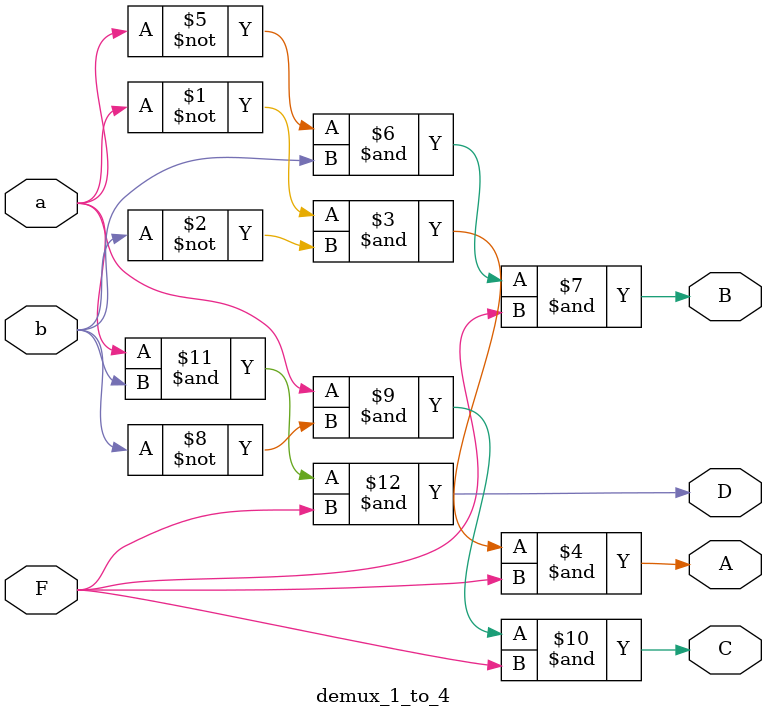
<source format=v>
`timescale 1ns / 1ps

module demux_1_to_4(F, a, b, A, B, C, D);
    input a, b, F;
    output A, B, C, D;

    assign A = (~a)&(~b)&F;
    assign B = (~a)&b&F;
    assign C = a&(~b)&F;
    assign D = a&b&F;
endmodule

</source>
